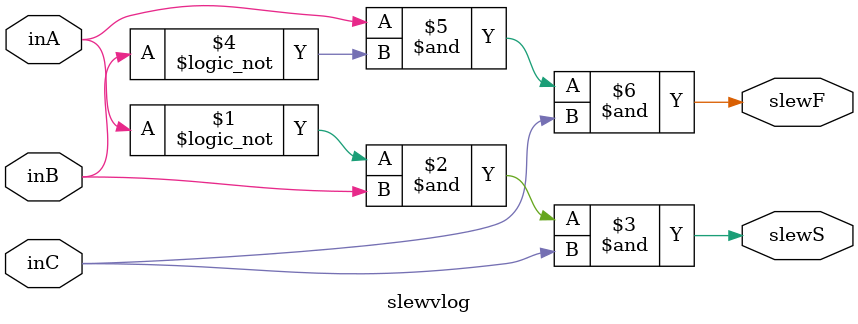
<source format=v>
/****************************************
 * Verilog source constraint example
 *    Slew Rate Control for Mentor
 *    2/05/2001
 * Lattice Semiconductor Corporation 
 ****************************************/


/*** The syntax of Verilog Mentor Slew control ***/
 //exemplar attribute [NodeName] SLEW [TYPE]
  /* TYPE can be either SLOW or FAST */


module slewvlog(inA,inB,inC,slewS,slewF);

//declarations
input inA,inB,inC;

//---------- Constraining Slew ------------------- 
output slewS; //exemplar attribute slewS SLEW SLOW

output slewF; //exemplar attribute slewF SLEW FAST

//equations
assign slewS = !inA & inB & inC;

assign slewF = inA & !inB & inC;

endmodule



</source>
